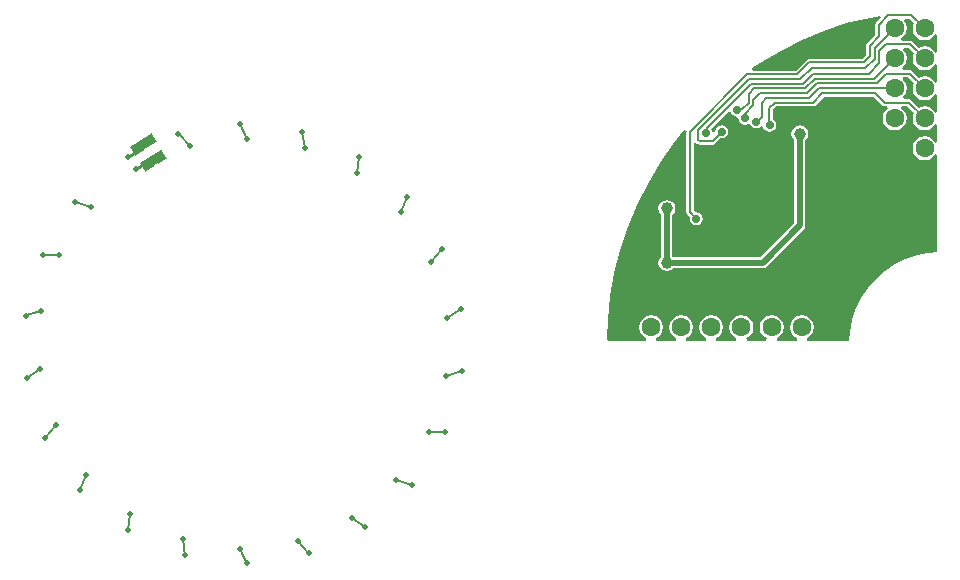
<source format=gbl>
%FSLAX44Y44*%
%MOMM*%
G71*
G01*
G75*
%ADD10C,0.2000*%
%ADD16C,0.5000*%
%ADD18C,0.5000*%
%ADD19C,1.6000*%
%ADD20C,0.9000*%
%ADD21C,0.7000*%
%ADD22C,1.0000*%
%ADD23P,1.1314X4X167.0*%
%ADD24C,0.2540*%
G36*
X282606Y271416D02*
X282129Y270701D01*
X281353Y266799D01*
X282129Y262898D01*
X284339Y259590D01*
X287647Y257380D01*
X291549Y256604D01*
X295450Y257380D01*
X298758Y259590D01*
X300451Y262123D01*
X302451Y261517D01*
X302451Y246682D01*
X300451Y246075D01*
X298758Y248609D01*
X295450Y250819D01*
X291549Y251595D01*
X287647Y250819D01*
X286932Y250341D01*
X281611Y255663D01*
X280618Y256326D01*
X279448Y256559D01*
X279448Y256559D01*
X272419D01*
X271812Y258559D01*
X273359Y259592D01*
X275569Y262900D01*
X276345Y266802D01*
X275569Y270704D01*
X274076Y272939D01*
X275145Y274939D01*
X279083D01*
X282606Y271416D01*
D02*
G37*
G36*
X254443Y275797D02*
X250808Y272162D01*
X250145Y271169D01*
X249912Y269999D01*
X249912Y269999D01*
Y261238D01*
X242837Y254163D01*
X242174Y253171D01*
X241941Y252000D01*
X241941Y252000D01*
Y244517D01*
X238733Y241309D01*
X194000D01*
X192829Y241076D01*
X191837Y240413D01*
X191837Y240413D01*
X182483Y231059D01*
X146151D01*
X145554Y232967D01*
X152280Y237637D01*
X169622Y247927D01*
X187654Y256953D01*
X206283Y264670D01*
X225416Y271038D01*
X244955Y276024D01*
X253516Y277569D01*
X254443Y275797D01*
D02*
G37*
G36*
X282606Y246016D02*
X282129Y245301D01*
X281353Y241399D01*
X282129Y237497D01*
X284339Y234190D01*
X287647Y231979D01*
X291549Y231203D01*
X295450Y231979D01*
X298758Y234190D01*
X300451Y236723D01*
X302451Y236116D01*
Y221282D01*
X300451Y220676D01*
X298758Y223209D01*
X295450Y225419D01*
X291549Y226195D01*
X287647Y225419D01*
X286932Y224942D01*
X281211Y230663D01*
X280218Y231326D01*
X279048Y231559D01*
X279048Y231559D01*
X273018D01*
X272411Y233559D01*
X273359Y234192D01*
X275569Y237500D01*
X276345Y241402D01*
X275569Y245304D01*
X273473Y248441D01*
X273946Y250441D01*
X278181D01*
X282606Y246016D01*
D02*
G37*
G36*
X255587Y201837D02*
X256579Y201174D01*
X257750Y200941D01*
X257750Y200941D01*
X260024D01*
X260631Y198941D01*
X258940Y197812D01*
X256730Y194504D01*
X255954Y190602D01*
X256730Y186700D01*
X258940Y183392D01*
X262248Y181182D01*
X266150Y180406D01*
X270052Y181182D01*
X273360Y183392D01*
X275570Y186700D01*
X276346Y190602D01*
X275570Y194504D01*
X273360Y197812D01*
X271669Y198941D01*
X272276Y200941D01*
X276882D01*
X282607Y195216D01*
X282130Y194501D01*
X281354Y190599D01*
X282130Y186697D01*
X284340Y183389D01*
X287648Y181179D01*
X291549Y180403D01*
X295451Y181179D01*
X298759Y183389D01*
X300451Y185922D01*
X302451Y185315D01*
Y170483D01*
X300451Y169877D01*
X298759Y172408D01*
X295452Y174619D01*
X291550Y175395D01*
X287648Y174619D01*
X284340Y172408D01*
X282130Y169101D01*
X281354Y165199D01*
X282130Y161297D01*
X284340Y157989D01*
X287648Y155779D01*
X291550Y155003D01*
X295452Y155779D01*
X298759Y157989D01*
X300451Y160521D01*
X302451Y159914D01*
X302451Y77499D01*
X294862Y77002D01*
X284898Y75020D01*
X275278Y71754D01*
X266167Y67261D01*
X257720Y61617D01*
X250082Y54918D01*
X243383Y47280D01*
X237739Y38833D01*
X233246Y29722D01*
X229980Y20101D01*
X227998Y10137D01*
X227501Y2549D01*
X192062D01*
X191869Y3070D01*
X191729Y4549D01*
X194710Y6540D01*
X196920Y9848D01*
X197696Y13750D01*
X196920Y17652D01*
X194710Y20960D01*
X191402Y23170D01*
X187500Y23946D01*
X183598Y23170D01*
X180290Y20960D01*
X178080Y17652D01*
X177304Y13750D01*
X178080Y9848D01*
X180290Y6540D01*
X183271Y4549D01*
X183131Y3070D01*
X182938Y2549D01*
X166562D01*
X166369Y3070D01*
X166229Y4549D01*
X169210Y6540D01*
X171420Y9848D01*
X172196Y13750D01*
X171420Y17652D01*
X169210Y20960D01*
X165902Y23170D01*
X162000Y23946D01*
X158098Y23170D01*
X154790Y20960D01*
X152580Y17652D01*
X151804Y13750D01*
X152580Y9848D01*
X154790Y6540D01*
X157771Y4549D01*
X157631Y3070D01*
X157438Y2549D01*
X141062D01*
X140869Y3070D01*
X140729Y4549D01*
X143710Y6540D01*
X145920Y9848D01*
X146696Y13750D01*
X145920Y17652D01*
X143710Y20960D01*
X140402Y23170D01*
X136500Y23946D01*
X132598Y23170D01*
X129290Y20960D01*
X127080Y17652D01*
X126304Y13750D01*
X127080Y9848D01*
X129290Y6540D01*
X132271Y4549D01*
X132131Y3070D01*
X131938Y2549D01*
X115562Y2549D01*
X115369Y3070D01*
X115229Y4549D01*
X118210Y6540D01*
X120420Y9848D01*
X121196Y13750D01*
X120420Y17652D01*
X118210Y20960D01*
X114902Y23170D01*
X111000Y23946D01*
X107098Y23170D01*
X103790Y20960D01*
X101580Y17652D01*
X100804Y13750D01*
X101580Y9848D01*
X103790Y6540D01*
X106771Y4549D01*
X106631Y3070D01*
X106438Y2549D01*
X90062D01*
X89869Y3070D01*
X89729Y4549D01*
X92710Y6540D01*
X94920Y9848D01*
X95696Y13750D01*
X94920Y17652D01*
X92710Y20960D01*
X89402Y23170D01*
X85500Y23946D01*
X81598Y23170D01*
X78290Y20960D01*
X76080Y17652D01*
X75304Y13750D01*
X76080Y9848D01*
X78290Y6540D01*
X81271Y4549D01*
X81131Y3070D01*
X80938Y2549D01*
X64562D01*
X64369Y3070D01*
X64229Y4549D01*
X67210Y6540D01*
X69420Y9848D01*
X70196Y13750D01*
X69420Y17652D01*
X67210Y20960D01*
X63902Y23170D01*
X60000Y23946D01*
X56098Y23170D01*
X52790Y20960D01*
X50580Y17652D01*
X49804Y13750D01*
X50580Y9848D01*
X52790Y6540D01*
X55771Y4549D01*
X55631Y3070D01*
X55438Y2549D01*
X24051D01*
X22662Y3988D01*
X23240Y20152D01*
X25395Y40201D01*
X28976Y60045D01*
X33962Y79584D01*
X40331Y98717D01*
X48047Y117346D01*
X57073Y135378D01*
X67363Y152720D01*
X78863Y169284D01*
X88191Y180859D01*
X90057Y179987D01*
X89941Y179407D01*
X89941Y179407D01*
Y111000D01*
X89941Y111000D01*
X90174Y109830D01*
X90837Y108837D01*
X92855Y106819D01*
X92642Y105750D01*
X93069Y103604D01*
X94285Y101785D01*
X96104Y100569D01*
X98250Y100142D01*
X100396Y100569D01*
X102215Y101785D01*
X103431Y103604D01*
X103858Y105750D01*
X103431Y107896D01*
X102215Y109715D01*
X100396Y110931D01*
X98250Y111358D01*
X97631Y111235D01*
X96059Y112618D01*
Y169391D01*
X96710Y169832D01*
X98059Y170162D01*
X98884Y169337D01*
X98884Y169337D01*
X99876Y168674D01*
X101047Y168441D01*
X101047Y168441D01*
X112000D01*
X112000Y168441D01*
X113170Y168674D01*
X114163Y169337D01*
X118681Y173855D01*
X119750Y173642D01*
X121896Y174069D01*
X123715Y175285D01*
X124931Y177104D01*
X125358Y179250D01*
X124931Y181396D01*
X123715Y183215D01*
X121896Y184431D01*
X119750Y184858D01*
X117604Y184431D01*
X115785Y183215D01*
X114569Y181396D01*
X114142Y179250D01*
X112184Y178875D01*
X111931Y180146D01*
X110946Y181620D01*
X125639Y196313D01*
X127809Y195655D01*
X127819Y195604D01*
X129035Y193785D01*
X130854Y192569D01*
X132115Y192318D01*
X133462Y191319D01*
X134030Y190308D01*
X134319Y188854D01*
X135535Y187035D01*
X137354Y185819D01*
X139500Y185392D01*
X141646Y185819D01*
X141770Y185902D01*
X143819Y185854D01*
X144191Y185297D01*
X145035Y184035D01*
X146854Y182819D01*
X149000Y182392D01*
X151146Y182819D01*
X152965Y184035D01*
X154994Y183471D01*
X155108Y182895D01*
X156324Y181075D01*
X158143Y179860D01*
X160289Y179433D01*
X162435Y179860D01*
X164255Y181075D01*
X165470Y182895D01*
X165897Y185041D01*
X165470Y187187D01*
X164255Y189006D01*
X163309Y189638D01*
Y198483D01*
X165767Y200941D01*
X197250D01*
X197250Y200941D01*
X198421Y201174D01*
X199413Y201837D01*
X206267Y208691D01*
X248733D01*
X255587Y201837D01*
D02*
G37*
G36*
X282606Y220616D02*
X282129Y219901D01*
X281353Y215999D01*
X282129Y212097D01*
X284339Y208790D01*
X287647Y206579D01*
X291549Y205803D01*
X295450Y206579D01*
X298758Y208790D01*
X300451Y211323D01*
X302451Y210716D01*
X302451Y195883D01*
X300451Y195277D01*
X298759Y197809D01*
X295451Y200019D01*
X291549Y200795D01*
X287648Y200019D01*
X286933Y199541D01*
X280312Y206163D01*
X279319Y206826D01*
X278149Y207059D01*
X278148Y207059D01*
X274090D01*
X273537Y209059D01*
X275569Y212100D01*
X276345Y216002D01*
X275569Y219904D01*
X273359Y223211D01*
X273015Y223441D01*
X273622Y225441D01*
X277781D01*
X282606Y220616D01*
D02*
G37*
G36*
X-358879Y170656D02*
X-369849Y163785D01*
X-376669Y159526D01*
X-380899Y166326D01*
X-374019Y170656D01*
X-363119Y177436D01*
X-358879Y170656D01*
D02*
G37*
G36*
X-350400Y157087D02*
X-361370Y150217D01*
X-368190Y145957D01*
X-372420Y152757D01*
X-365540Y157087D01*
X-354640Y163867D01*
X-350400Y157087D01*
D02*
G37*
%LPC*%
G36*
X186000Y184637D02*
X183269Y184094D01*
X180953Y182547D01*
X179406Y180231D01*
X178863Y177500D01*
X179406Y174769D01*
X180953Y172453D01*
X181412Y172147D01*
Y101901D01*
X152599Y73088D01*
X78603D01*
X78297Y73547D01*
X77838Y73853D01*
Y109147D01*
X78297Y109453D01*
X79844Y111769D01*
X80387Y114500D01*
X79844Y117231D01*
X78297Y119547D01*
X75981Y121094D01*
X73250Y121637D01*
X70519Y121094D01*
X68203Y119547D01*
X66656Y117231D01*
X66113Y114500D01*
X66656Y111769D01*
X68203Y109453D01*
X68662Y109147D01*
Y73853D01*
X68203Y73547D01*
X66656Y71231D01*
X66113Y68500D01*
X66656Y65769D01*
X68203Y63453D01*
X70519Y61906D01*
X73250Y61363D01*
X75981Y61906D01*
X78297Y63453D01*
X78603Y63912D01*
X154500D01*
X156256Y64261D01*
X157744Y65256D01*
X189244Y96756D01*
X190239Y98244D01*
X190588Y100000D01*
Y172147D01*
X191047Y172453D01*
X192594Y174769D01*
X193137Y177500D01*
X192594Y180231D01*
X191047Y182547D01*
X188731Y184094D01*
X186000Y184637D01*
D02*
G37*
%LPD*%
D10*
X-427450Y119597D02*
X-413981Y115988D01*
X-455209Y74617D02*
X-441550Y74737D01*
X-469574Y23853D02*
X-456170Y27697D01*
X-468787Y-29340D02*
X-457160Y-21643D01*
X-453248Y-79887D02*
X-444100Y-69363D01*
X-423923Y-124151D02*
X-418030Y-111513D01*
X-383150Y-158168D02*
X-381330Y-144343D01*
X-336610Y-165753D02*
X-334549Y-179544D01*
X-287750Y-173543D02*
X-282078Y-186282D01*
X-238780Y-167263D02*
X-229632Y-177787D01*
X-193550Y-147533D02*
X-181855Y-155128D01*
X-155670Y-115863D02*
X-142266Y-119707D01*
X-128140Y-74743D02*
X-114198Y-74500D01*
X-113540Y-27583D02*
X-100205Y-23506D01*
X-112820Y21677D02*
X-101126Y29271D01*
X-125920Y69447D02*
X-116680Y79890D01*
X-152040Y111347D02*
X-146257Y124035D01*
X-188810Y144227D02*
X-186990Y158051D01*
X-235291Y179307D02*
X-233230Y165517D01*
X-287843Y186002D02*
X-281840Y173417D01*
X-340039Y177710D02*
X-330800Y167267D01*
X142500Y211000D02*
X147500Y216000D01*
X142500Y203750D02*
Y211000D01*
X139500Y194750D02*
X146500Y201750D01*
X137346Y198596D02*
X142500Y203750D01*
X146500Y201750D02*
Y206500D01*
X152000Y212000D01*
X133846Y198596D02*
X137346D01*
X133000Y197750D02*
X133846Y198596D01*
X139500Y191000D02*
Y194750D01*
X152000Y212000D02*
X192186D01*
X252971Y269999D02*
X260970Y277998D01*
X183750Y228000D02*
X194000Y238250D01*
X252971Y259971D02*
Y269999D01*
X245000Y252000D02*
X252971Y259971D01*
X245000Y243250D02*
Y252000D01*
X240000Y238250D02*
X245000Y243250D01*
X194000Y238250D02*
X240000D01*
X186500Y224000D02*
X196000Y233500D01*
X249250Y241250D02*
Y249903D01*
X244625Y228625D02*
X253250Y237250D01*
X241500Y233500D02*
X249250Y241250D01*
X253250Y237250D02*
Y247750D01*
X259000Y253500D01*
X196000Y233500D02*
X241500D01*
X259000Y253500D02*
X279448D01*
X188250Y220000D02*
X196875Y228625D01*
X244625D01*
X248997Y224250D02*
X266149Y241402D01*
X198780Y224250D02*
X248997D01*
X190529Y216000D02*
X198780Y224250D01*
X200436Y220250D02*
X251000D01*
X201845Y216002D02*
X266149D01*
X192186Y212000D02*
X200436Y220250D01*
X193843Y208000D02*
X201845Y216002D01*
X251000Y220250D02*
X259250Y228500D01*
X205000Y211750D02*
X250000D01*
X197250Y204000D02*
X205000Y211750D01*
X250000D02*
X257750Y204000D01*
X259250Y228500D02*
X279048D01*
X291549Y215999D01*
X99875Y180625D02*
X143250Y224000D01*
X112000Y171500D02*
X119750Y179250D01*
X101047Y171500D02*
X112000D01*
X99875Y172672D02*
X101047Y171500D01*
X99875Y172672D02*
Y180625D01*
X149750Y188000D02*
X153500Y191750D01*
X149000Y188000D02*
X149750D01*
X160250Y199750D02*
X164500Y204000D01*
X160250Y185080D02*
Y199750D01*
Y185080D02*
X160289Y185041D01*
X107471Y182471D02*
X145000Y220000D01*
X93000Y179407D02*
X141593Y228000D01*
X183750D01*
X143250Y224000D02*
X186500D01*
X145000Y220000D02*
X188250D01*
X147500Y216000D02*
X190529D01*
X93000Y111000D02*
Y179407D01*
X107471Y178721D02*
Y182471D01*
X153500Y204000D02*
X157500Y208000D01*
X153500Y191750D02*
Y204000D01*
X257750D02*
X278149D01*
X164500D02*
X197250D01*
X157500Y208000D02*
X193843D01*
X106750Y178000D02*
X107471Y178721D01*
X280350Y277998D02*
X291549Y266799D01*
X260970Y277998D02*
X280350D01*
X249250Y249903D02*
X266149Y266802D01*
X279448Y253500D02*
X291549Y241399D01*
X93000Y111000D02*
X98250Y105750D01*
X278149Y204000D02*
X291549Y190599D01*
D16*
X186000Y100000D02*
Y177500D01*
X154500Y68500D02*
X186000Y100000D01*
X73250Y68500D02*
X154500D01*
X73250D02*
Y114500D01*
D18*
X-456239Y27625D02*
D03*
X-427450Y119597D02*
D03*
X-413970Y116027D02*
D03*
X-455209Y74608D02*
D03*
X-441550Y74737D02*
D03*
X-444100Y-69363D02*
D03*
X-457160Y-21643D02*
D03*
X-418030Y-111513D02*
D03*
X-381330Y-144343D02*
D03*
X-287750Y-173543D02*
D03*
X-238780Y-167263D02*
D03*
X-193550Y-147533D02*
D03*
X-155670Y-115863D02*
D03*
X-113540Y-27583D02*
D03*
X-128140Y-74743D02*
D03*
X-112820Y21677D02*
D03*
X-125920Y69447D02*
D03*
X-152040Y111347D02*
D03*
X-188810Y144227D02*
D03*
X-233230Y165517D02*
D03*
X-330800Y167267D02*
D03*
X-376254Y147492D02*
D03*
X-469390Y23612D02*
D03*
X-468630Y-29283D02*
D03*
X-453050Y-79733D02*
D03*
X-423680Y-123893D02*
D03*
X-383140Y-157993D02*
D03*
X-334584Y-179317D02*
D03*
X-282071Y-185999D02*
D03*
X-229757Y-177676D02*
D03*
X-181950Y-154911D02*
D03*
X-142418Y-119622D02*
D03*
X-114436Y-74607D02*
D03*
X-100417Y-23565D02*
D03*
X-101342Y29331D02*
D03*
X-117027Y79907D02*
D03*
X-146367Y123937D02*
D03*
X-186891Y158065D02*
D03*
X-235393Y179267D02*
D03*
X-287887Y185936D02*
D03*
X-340128Y177560D02*
D03*
X-336610Y-165753D02*
D03*
X-382960Y158137D02*
D03*
X-281840Y173417D02*
D03*
D19*
X187500Y13750D02*
D03*
X162000D02*
D03*
X136500D02*
D03*
X111000D02*
D03*
X85500D02*
D03*
X60000D02*
D03*
X266150Y165201D02*
D03*
X266150Y190602D02*
D03*
X266149Y241402D02*
D03*
X266149Y266802D02*
D03*
X266149Y216002D02*
D03*
X291549Y215999D02*
D03*
X291549Y266799D02*
D03*
Y241399D02*
D03*
X291549Y190599D02*
D03*
X291550Y165199D02*
D03*
D20*
X171497Y154744D02*
D03*
X171495Y144247D02*
D03*
X171493Y133749D02*
D03*
X160996Y133751D02*
D03*
X160998Y144248D02*
D03*
X160999Y154746D02*
D03*
X129507Y154751D02*
D03*
X140004Y154749D02*
D03*
X129503Y133756D02*
D03*
X140001Y133754D02*
D03*
X129505Y144253D02*
D03*
X140002Y144252D02*
D03*
X150502Y154748D02*
D03*
X150498Y133752D02*
D03*
X150500Y144250D02*
D03*
D21*
X199250Y151500D02*
D03*
X212500Y156750D02*
D03*
X228250Y161750D02*
D03*
X221500Y247250D02*
D03*
X52000Y87000D02*
D03*
X205000Y142250D02*
D03*
X205500Y103500D02*
D03*
X230750Y263250D02*
D03*
X208750Y257500D02*
D03*
X186750Y249000D02*
D03*
X164750Y237000D02*
D03*
X133000Y197750D02*
D03*
X106750Y178000D02*
D03*
X119750Y179250D02*
D03*
X149000Y188000D02*
D03*
X160289Y185041D02*
D03*
X139500Y191000D02*
D03*
X190750Y57250D02*
D03*
X202750D02*
D03*
X159000Y56750D02*
D03*
X134250Y56250D02*
D03*
X90750Y54750D02*
D03*
X117000Y56000D02*
D03*
X63750Y59000D02*
D03*
X98250Y105750D02*
D03*
D22*
X73250Y68500D02*
D03*
Y114500D02*
D03*
X186000Y177500D02*
D03*
D23*
X-366921Y151462D02*
D03*
X-375399Y165031D02*
D03*
X-364390Y171935D02*
D03*
X-355912Y158366D02*
D03*
D24*
X-376254Y147492D02*
X-370933Y150883D01*
X-382960Y158137D02*
X-377638Y161527D01*
M02*

</source>
